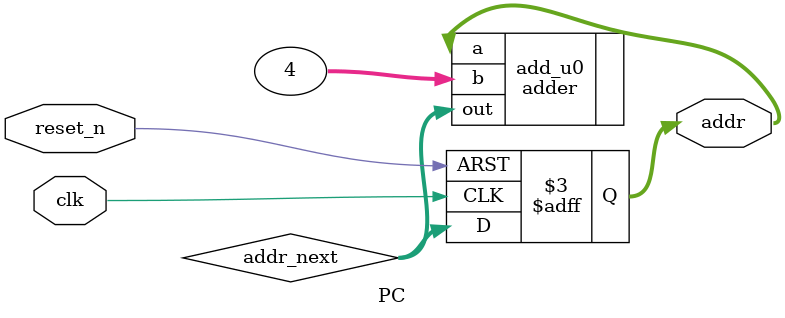
<source format=v>
`timescale 1ns / 1ps

module PC(
    input clk,
    input reset_n,
    output reg [31:0] addr
    );

    wire [31:0] addr_next;
    adder add_u0(
            .a(addr),
            .b(32'd4),
            .out(addr_next)
            );

    always @(posedge clk or negedge reset_n) begin
        if(~reset_n)begin
            addr <= 32'd0;
        end
        else begin
            addr <= addr_next;
        end
    end

endmodule

</source>
